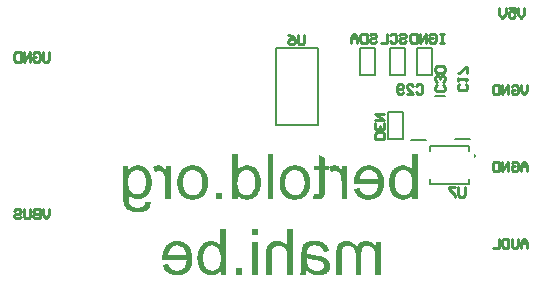
<source format=gbo>
G04*
G04 #@! TF.GenerationSoftware,Altium Limited,CircuitStudio,1.5.1 (1.5.1.13)*
G04*
G04 Layer_Color=13948096*
%FSLAX25Y25*%
%MOIN*%
G70*
G01*
G75*
%ADD22C,0.01000*%
%ADD34C,0.00787*%
%ADD36C,0.00500*%
%ADD51C,0.00600*%
G36*
X266271Y288374D02*
X266754Y288290D01*
X267196Y288164D01*
X267554Y288038D01*
X267869Y287891D01*
X267995Y287828D01*
X268100Y287786D01*
X268184Y287722D01*
X268248Y287701D01*
X268269Y287659D01*
X268290D01*
X268668Y287365D01*
X269005Y287028D01*
X269278Y286692D01*
X269509Y286355D01*
X269699Y286061D01*
X269825Y285830D01*
X269867Y285725D01*
X269909Y285662D01*
X269930Y285619D01*
Y285598D01*
X270119Y285094D01*
X270245Y284589D01*
X270351Y284105D01*
X270414Y283664D01*
X270456Y283285D01*
Y283117D01*
X270477Y282991D01*
Y282864D01*
Y282780D01*
Y282738D01*
Y282717D01*
X270456Y282297D01*
X270414Y281897D01*
X270372Y281498D01*
X270287Y281140D01*
X270203Y280783D01*
X270098Y280467D01*
X269972Y280173D01*
X269867Y279899D01*
X269762Y279647D01*
X269636Y279416D01*
X269530Y279226D01*
X269446Y279079D01*
X269362Y278953D01*
X269299Y278869D01*
X269278Y278806D01*
X269257Y278785D01*
X269005Y278490D01*
X268752Y278259D01*
X268479Y278028D01*
X268184Y277859D01*
X267890Y277691D01*
X267617Y277565D01*
X267322Y277460D01*
X267049Y277376D01*
X266775Y277291D01*
X266544Y277250D01*
X266334Y277207D01*
X266145Y277186D01*
X265976D01*
X265871Y277165D01*
X265766D01*
X265430Y277186D01*
X265114Y277228D01*
X264799Y277291D01*
X264525Y277397D01*
X264000Y277628D01*
X263768Y277754D01*
X263558Y277880D01*
X263369Y278007D01*
X263200Y278154D01*
X263053Y278259D01*
X262927Y278364D01*
X262843Y278469D01*
X262780Y278532D01*
X262738Y278574D01*
X262717Y278595D01*
Y278280D01*
Y277964D01*
X262738Y277712D01*
Y277460D01*
X262759Y277250D01*
Y277039D01*
X262780Y276871D01*
Y276724D01*
X262801Y276597D01*
X262822Y276492D01*
X262843Y276345D01*
X262864Y276240D01*
Y276219D01*
X262969Y275883D01*
X263116Y275609D01*
X263264Y275357D01*
X263432Y275147D01*
X263579Y274978D01*
X263705Y274873D01*
X263789Y274789D01*
X263810Y274768D01*
X264084Y274600D01*
X264420Y274474D01*
X264736Y274368D01*
X265051Y274305D01*
X265345Y274263D01*
X265577Y274242D01*
X265787D01*
X266208Y274263D01*
X266586Y274326D01*
X266902Y274410D01*
X267175Y274516D01*
X267406Y274600D01*
X267554Y274684D01*
X267638Y274747D01*
X267680Y274768D01*
X267848Y274936D01*
X267995Y275125D01*
X268100Y275315D01*
X268163Y275525D01*
X268227Y275693D01*
X268269Y275862D01*
X268290Y275946D01*
Y275988D01*
X270098Y276240D01*
Y275925D01*
X270056Y275630D01*
X270014Y275336D01*
X269930Y275083D01*
X269741Y274621D01*
X269530Y274263D01*
X269320Y273969D01*
X269131Y273759D01*
X268984Y273632D01*
X268963Y273611D01*
X268942Y273590D01*
X268458Y273296D01*
X267932Y273085D01*
X267406Y272917D01*
X266923Y272812D01*
X266691Y272791D01*
X266460Y272749D01*
X266271Y272728D01*
X266103D01*
X265976Y272707D01*
X265787D01*
X265198Y272728D01*
X264651Y272812D01*
X264168Y272917D01*
X263768Y273022D01*
X263600Y273085D01*
X263453Y273149D01*
X263327Y273191D01*
X263200Y273233D01*
X263116Y273275D01*
X263053Y273317D01*
X263032Y273338D01*
X263011D01*
X262612Y273590D01*
X262275Y273864D01*
X261981Y274137D01*
X261749Y274410D01*
X261581Y274642D01*
X261455Y274852D01*
X261371Y274978D01*
X261350Y274999D01*
Y275020D01*
X261266Y275231D01*
X261181Y275483D01*
X261097Y275756D01*
X261055Y276030D01*
X260950Y276640D01*
X260887Y277228D01*
X260866Y277523D01*
X260845Y277775D01*
Y278007D01*
X260824Y278217D01*
Y278406D01*
Y278532D01*
Y278616D01*
Y278637D01*
Y288143D01*
X262548D01*
Y286797D01*
X262801Y287070D01*
X263053Y287323D01*
X263305Y287533D01*
X263579Y287722D01*
X263852Y287870D01*
X264105Y287996D01*
X264378Y288122D01*
X264609Y288206D01*
X264862Y288269D01*
X265072Y288311D01*
X265261Y288353D01*
X265430Y288374D01*
X265556Y288395D01*
X265745D01*
X266271Y288374D01*
D02*
G37*
G36*
X273021D02*
X273253Y288332D01*
X273463Y288269D01*
X273631Y288206D01*
X273779Y288143D01*
X273884Y288080D01*
X273968Y288038D01*
X273989Y288017D01*
X274199Y287849D01*
X274409Y287617D01*
X274599Y287365D01*
X274788Y287112D01*
X274935Y286860D01*
X275061Y286671D01*
X275103Y286587D01*
X275145Y286524D01*
X275166Y286503D01*
Y288143D01*
X276828D01*
Y277165D01*
X274977D01*
Y282907D01*
X274956Y283348D01*
X274935Y283748D01*
X274893Y284126D01*
X274830Y284442D01*
X274767Y284715D01*
X274725Y284925D01*
X274704Y284988D01*
Y285052D01*
X274683Y285073D01*
Y285094D01*
X274599Y285325D01*
X274494Y285535D01*
X274367Y285703D01*
X274262Y285851D01*
X274157Y285956D01*
X274073Y286040D01*
X274010Y286082D01*
X273989Y286103D01*
X273799Y286229D01*
X273610Y286313D01*
X273421Y286398D01*
X273253Y286440D01*
X273106Y286461D01*
X273000Y286482D01*
X272895D01*
X272643Y286461D01*
X272391Y286419D01*
X272159Y286355D01*
X271949Y286271D01*
X271781Y286187D01*
X271633Y286124D01*
X271549Y286082D01*
X271528Y286061D01*
X270855Y287786D01*
X271213Y287996D01*
X271570Y288143D01*
X271907Y288248D01*
X272201Y288311D01*
X272432Y288374D01*
X272622Y288395D01*
X272790D01*
X273021Y288374D01*
D02*
G37*
G36*
X300521Y251969D02*
X298397D01*
Y254093D01*
X300521D01*
Y251969D01*
D02*
G37*
G36*
X359055Y277165D02*
X357331D01*
Y278532D01*
X357120Y278238D01*
X356889Y278007D01*
X356637Y277775D01*
X356405Y277607D01*
X356153Y277439D01*
X355901Y277313D01*
X355648Y277207D01*
X355396Y277123D01*
X354975Y276997D01*
X354786Y276955D01*
X354618Y276934D01*
X354492D01*
X354386Y276913D01*
X354302D01*
X353945Y276934D01*
X353587Y276976D01*
X353272Y277060D01*
X352956Y277144D01*
X352389Y277397D01*
X352136Y277544D01*
X351905Y277691D01*
X351695Y277817D01*
X351505Y277964D01*
X351337Y278091D01*
X351211Y278217D01*
X351106Y278301D01*
X351022Y278385D01*
X350980Y278427D01*
X350959Y278448D01*
X350706Y278743D01*
X350496Y279079D01*
X350307Y279416D01*
X350138Y279773D01*
X350012Y280131D01*
X349886Y280509D01*
X349718Y281203D01*
X349676Y281519D01*
X349634Y281834D01*
X349592Y282107D01*
X349571Y282339D01*
X349550Y282528D01*
Y282675D01*
Y282780D01*
Y282801D01*
X349571Y283243D01*
X349592Y283664D01*
X349655Y284042D01*
X349718Y284358D01*
X349781Y284652D01*
X349823Y284841D01*
X349844Y284925D01*
X349865Y284988D01*
X349886Y285010D01*
Y285031D01*
X350012Y285409D01*
X350181Y285746D01*
X350328Y286061D01*
X350475Y286313D01*
X350601Y286524D01*
X350706Y286692D01*
X350790Y286776D01*
X350811Y286818D01*
X351043Y287091D01*
X351274Y287323D01*
X351526Y287512D01*
X351758Y287680D01*
X351968Y287807D01*
X352136Y287912D01*
X352241Y287954D01*
X352262Y287975D01*
X352284D01*
X352620Y288122D01*
X352956Y288227D01*
X353293Y288290D01*
X353587Y288353D01*
X353840Y288374D01*
X354050Y288395D01*
X354218D01*
X354555Y288374D01*
X354870Y288332D01*
X355165Y288248D01*
X355438Y288164D01*
X355964Y287933D01*
X356174Y287786D01*
X356384Y287659D01*
X356574Y287512D01*
X356742Y287365D01*
X356868Y287239D01*
X356994Y287134D01*
X357078Y287049D01*
X357141Y286965D01*
X357183Y286923D01*
X357205Y286902D01*
Y292307D01*
X359055D01*
Y277165D01*
D02*
G37*
G36*
X328183Y290856D02*
Y288143D01*
X329550D01*
Y286692D01*
X328183D01*
Y280362D01*
Y280067D01*
Y279794D01*
X328162Y279542D01*
X328141Y279310D01*
Y279121D01*
X328120Y278932D01*
X328099Y278785D01*
X328078Y278637D01*
X328036Y278427D01*
X328015Y278280D01*
X327973Y278196D01*
Y278175D01*
X327868Y277986D01*
X327763Y277817D01*
X327615Y277670D01*
X327489Y277565D01*
X327384Y277460D01*
X327279Y277397D01*
X327216Y277355D01*
X327195Y277334D01*
X326963Y277228D01*
X326711Y277144D01*
X326438Y277102D01*
X326185Y277060D01*
X325975Y277039D01*
X325786Y277018D01*
X325617D01*
X325134Y277039D01*
X324902Y277060D01*
X324692Y277102D01*
X324503Y277123D01*
X324335Y277144D01*
X324251Y277165D01*
X324208D01*
X324461Y278806D01*
X324650Y278785D01*
X324818Y278764D01*
X324944D01*
X325071Y278743D01*
X325281D01*
X325554Y278764D01*
X325765Y278806D01*
X325891Y278848D01*
X325912Y278869D01*
X325933D01*
X326080Y278974D01*
X326164Y279100D01*
X326227Y279184D01*
X326248Y279226D01*
X326269Y279331D01*
X326290Y279479D01*
X326311Y279647D01*
Y279836D01*
X326332Y279983D01*
Y280131D01*
Y280215D01*
Y280257D01*
Y286692D01*
X324461D01*
Y288143D01*
X326332D01*
Y291970D01*
X328183Y290856D01*
D02*
G37*
G36*
X343219Y288374D02*
X343619Y288332D01*
X343977Y288248D01*
X344334Y288164D01*
X344671Y288038D01*
X344965Y287912D01*
X345238Y287765D01*
X345491Y287638D01*
X345722Y287491D01*
X345932Y287344D01*
X346101Y287218D01*
X346248Y287091D01*
X346353Y287007D01*
X346437Y286923D01*
X346479Y286881D01*
X346500Y286860D01*
X346753Y286566D01*
X346963Y286229D01*
X347152Y285893D01*
X347320Y285535D01*
X347447Y285178D01*
X347573Y284820D01*
X347741Y284126D01*
X347783Y283811D01*
X347825Y283516D01*
X347867Y283243D01*
X347888Y283012D01*
X347909Y282822D01*
Y282675D01*
Y282591D01*
Y282549D01*
X347888Y282065D01*
X347846Y281603D01*
X347783Y281182D01*
X347699Y280783D01*
X347594Y280404D01*
X347468Y280067D01*
X347341Y279752D01*
X347215Y279458D01*
X347089Y279226D01*
X346963Y278995D01*
X346837Y278806D01*
X346731Y278659D01*
X346647Y278532D01*
X346584Y278448D01*
X346542Y278406D01*
X346521Y278385D01*
X346248Y278133D01*
X345953Y277901D01*
X345638Y277712D01*
X345322Y277544D01*
X345007Y277397D01*
X344692Y277271D01*
X344376Y277165D01*
X344082Y277102D01*
X343787Y277039D01*
X343535Y276997D01*
X343304Y276955D01*
X343093Y276934D01*
X342925Y276913D01*
X342694D01*
X342336Y276934D01*
X342021Y276955D01*
X341411Y277060D01*
X340885Y277207D01*
X340633Y277291D01*
X340423Y277376D01*
X340233Y277460D01*
X340065Y277544D01*
X339918Y277628D01*
X339792Y277691D01*
X339707Y277754D01*
X339644Y277796D01*
X339602Y277838D01*
X339581D01*
X339161Y278217D01*
X338782Y278637D01*
X338488Y279079D01*
X338256Y279500D01*
X338088Y279857D01*
X338025Y280025D01*
X337962Y280173D01*
X337920Y280278D01*
X337899Y280383D01*
X337878Y280425D01*
Y280446D01*
X339792Y280698D01*
X339960Y280278D01*
X340149Y279941D01*
X340359Y279626D01*
X340528Y279395D01*
X340696Y279205D01*
X340822Y279079D01*
X340906Y278995D01*
X340948Y278974D01*
X341222Y278806D01*
X341516Y278679D01*
X341810Y278574D01*
X342084Y278511D01*
X342336Y278469D01*
X342526Y278448D01*
X342694D01*
X342946Y278469D01*
X343178Y278490D01*
X343619Y278595D01*
X344019Y278743D01*
X344355Y278932D01*
X344629Y279100D01*
X344818Y279247D01*
X344944Y279352D01*
X344965Y279395D01*
X344986D01*
X345302Y279794D01*
X345533Y280236D01*
X345701Y280698D01*
X345827Y281140D01*
X345911Y281540D01*
X345953Y281729D01*
X345974Y281876D01*
Y282002D01*
X345995Y282086D01*
Y282150D01*
Y282171D01*
X337836D01*
X337815Y282381D01*
Y282528D01*
Y282633D01*
Y282654D01*
X337836Y283159D01*
X337878Y283622D01*
X337941Y284063D01*
X338025Y284463D01*
X338151Y284841D01*
X338256Y285199D01*
X338383Y285514D01*
X338509Y285788D01*
X338656Y286040D01*
X338782Y286271D01*
X338887Y286461D01*
X338993Y286608D01*
X339098Y286734D01*
X339161Y286818D01*
X339203Y286860D01*
X339224Y286881D01*
X339497Y287155D01*
X339771Y287386D01*
X340065Y287575D01*
X340359Y287765D01*
X340675Y287912D01*
X340969Y288017D01*
X341264Y288122D01*
X341537Y288206D01*
X341790Y288269D01*
X342042Y288311D01*
X342252Y288353D01*
X342441Y288374D01*
X342589Y288395D01*
X342799D01*
X343219Y288374D01*
D02*
G37*
G36*
X331758D02*
X331990Y288332D01*
X332200Y288269D01*
X332368Y288206D01*
X332515Y288143D01*
X332620Y288080D01*
X332704Y288038D01*
X332726Y288017D01*
X332936Y287849D01*
X333146Y287617D01*
X333335Y287365D01*
X333525Y287112D01*
X333672Y286860D01*
X333798Y286671D01*
X333840Y286587D01*
X333882Y286524D01*
X333903Y286503D01*
Y288143D01*
X335565D01*
Y277165D01*
X333714D01*
Y282907D01*
X333693Y283348D01*
X333672Y283748D01*
X333630Y284126D01*
X333567Y284442D01*
X333504Y284715D01*
X333462Y284925D01*
X333441Y284988D01*
Y285052D01*
X333419Y285073D01*
Y285094D01*
X333335Y285325D01*
X333230Y285535D01*
X333104Y285703D01*
X332999Y285851D01*
X332894Y285956D01*
X332810Y286040D01*
X332747Y286082D01*
X332726Y286103D01*
X332536Y286229D01*
X332347Y286313D01*
X332158Y286398D01*
X331990Y286440D01*
X331842Y286461D01*
X331737Y286482D01*
X331632D01*
X331380Y286461D01*
X331127Y286419D01*
X330896Y286355D01*
X330686Y286271D01*
X330517Y286187D01*
X330370Y286124D01*
X330286Y286082D01*
X330265Y286061D01*
X329592Y287786D01*
X329950Y287996D01*
X330307Y288143D01*
X330644Y288248D01*
X330938Y288311D01*
X331169Y288374D01*
X331359Y288395D01*
X331527D01*
X331758Y288374D01*
D02*
G37*
G36*
X293904Y277165D02*
X291780D01*
Y279289D01*
X293904D01*
Y277165D01*
D02*
G37*
G36*
X310917D02*
X309067D01*
Y292307D01*
X310917D01*
Y277165D01*
D02*
G37*
G36*
X305716Y251969D02*
X303865D01*
Y262946D01*
X305716D01*
Y251969D01*
D02*
G37*
G36*
X317493D02*
X315642D01*
Y257962D01*
X315621Y258425D01*
X315600Y258824D01*
X315558Y259182D01*
X315495Y259476D01*
X315432Y259707D01*
X315389Y259876D01*
X315369Y259960D01*
X315347Y260002D01*
X315221Y260254D01*
X315053Y260486D01*
X314885Y260696D01*
X314717Y260864D01*
X314569Y260990D01*
X314443Y261074D01*
X314338Y261138D01*
X314317Y261159D01*
X314044Y261306D01*
X313749Y261411D01*
X313497Y261495D01*
X313245Y261537D01*
X313034Y261579D01*
X312887Y261600D01*
X312740D01*
X312361Y261579D01*
X312004Y261495D01*
X311709Y261390D01*
X311478Y261285D01*
X311289Y261159D01*
X311141Y261053D01*
X311057Y260969D01*
X311036Y260948D01*
X310826Y260675D01*
X310679Y260360D01*
X310574Y260023D01*
X310511Y259707D01*
X310448Y259392D01*
X310426Y259161D01*
Y259056D01*
Y258993D01*
Y258950D01*
Y258929D01*
Y251969D01*
X308576D01*
Y258908D01*
X308597Y259476D01*
X308639Y259981D01*
X308702Y260402D01*
X308765Y260738D01*
X308849Y261011D01*
X308912Y261222D01*
X308954Y261327D01*
X308975Y261369D01*
X309144Y261684D01*
X309333Y261937D01*
X309543Y262168D01*
X309753Y262357D01*
X309943Y262526D01*
X310111Y262631D01*
X310216Y262694D01*
X310237Y262715D01*
X310258D01*
X310616Y262883D01*
X310973Y262988D01*
X311331Y263072D01*
X311667Y263135D01*
X311941Y263177D01*
X312172Y263198D01*
X312382D01*
X312740Y263177D01*
X313097Y263135D01*
X313413Y263051D01*
X313728Y262967D01*
X314023Y262841D01*
X314275Y262715D01*
X314527Y262589D01*
X314759Y262441D01*
X314948Y262294D01*
X315137Y262168D01*
X315284Y262042D01*
X315410Y261916D01*
X315516Y261832D01*
X315579Y261747D01*
X315621Y261705D01*
X315642Y261684D01*
Y267110D01*
X317493D01*
Y251969D01*
D02*
G37*
G36*
X342266Y263177D02*
X342623Y263114D01*
X342960Y263030D01*
X343254Y262946D01*
X343486Y262862D01*
X343675Y262778D01*
X343780Y262715D01*
X343822Y262694D01*
X344138Y262505D01*
X344390Y262294D01*
X344642Y262063D01*
X344831Y261853D01*
X344979Y261684D01*
X345105Y261516D01*
X345168Y261432D01*
X345189Y261390D01*
Y262946D01*
X346850D01*
Y251969D01*
X345000D01*
Y257647D01*
X344979Y258172D01*
X344958Y258635D01*
X344916Y259035D01*
X344852Y259371D01*
X344789Y259623D01*
X344747Y259792D01*
X344726Y259897D01*
X344705Y259939D01*
X344579Y260212D01*
X344432Y260465D01*
X344264Y260675D01*
X344116Y260843D01*
X343969Y260990D01*
X343843Y261074D01*
X343759Y261138D01*
X343738Y261159D01*
X343486Y261306D01*
X343233Y261411D01*
X342981Y261474D01*
X342750Y261537D01*
X342560Y261558D01*
X342413Y261579D01*
X342287D01*
X341929Y261558D01*
X341614Y261474D01*
X341362Y261390D01*
X341151Y261264D01*
X341004Y261159D01*
X340878Y261053D01*
X340815Y260969D01*
X340794Y260948D01*
X340647Y260696D01*
X340520Y260402D01*
X340436Y260086D01*
X340394Y259792D01*
X340352Y259518D01*
X340331Y259308D01*
Y259224D01*
Y259161D01*
Y259119D01*
Y259098D01*
Y251969D01*
X338480D01*
Y258341D01*
Y258656D01*
X338438Y258929D01*
X338354Y259434D01*
X338249Y259855D01*
X338102Y260212D01*
X337955Y260465D01*
X337849Y260654D01*
X337765Y260759D01*
X337723Y260801D01*
X337408Y261053D01*
X337092Y261243D01*
X336777Y261390D01*
X336462Y261474D01*
X336188Y261537D01*
X335978Y261558D01*
X335894Y261579D01*
X335789D01*
X335557Y261558D01*
X335347Y261537D01*
X335158Y261474D01*
X334990Y261432D01*
X334863Y261369D01*
X334758Y261306D01*
X334695Y261285D01*
X334674Y261264D01*
X334506Y261138D01*
X334359Y261011D01*
X334253Y260885D01*
X334148Y260759D01*
X334085Y260633D01*
X334043Y260549D01*
X334001Y260486D01*
Y260465D01*
X333938Y260254D01*
X333896Y260002D01*
X333854Y259750D01*
X333833Y259476D01*
X333812Y259245D01*
Y259056D01*
Y258908D01*
Y258887D01*
Y258866D01*
Y251969D01*
X331961D01*
Y259497D01*
Y259834D01*
X332003Y260149D01*
X332045Y260444D01*
X332108Y260717D01*
X332172Y260969D01*
X332235Y261201D01*
X332319Y261411D01*
X332403Y261579D01*
X332487Y261747D01*
X332571Y261895D01*
X332634Y262000D01*
X332697Y262105D01*
X332760Y262168D01*
X332802Y262231D01*
X332823Y262273D01*
X332844D01*
X333013Y262441D01*
X333202Y262589D01*
X333601Y262799D01*
X334022Y262967D01*
X334443Y263093D01*
X334800Y263157D01*
X334968Y263177D01*
X335095D01*
X335200Y263198D01*
X335368D01*
X335747Y263177D01*
X336125Y263114D01*
X336462Y263030D01*
X336777Y262904D01*
X337092Y262757D01*
X337366Y262589D01*
X337618Y262420D01*
X337849Y262231D01*
X338060Y262042D01*
X338249Y261874D01*
X338417Y261705D01*
X338544Y261558D01*
X338649Y261453D01*
X338712Y261348D01*
X338754Y261285D01*
X338775Y261264D01*
X338922Y261579D01*
X339069Y261874D01*
X339259Y262105D01*
X339448Y262315D01*
X339595Y262462D01*
X339742Y262589D01*
X339826Y262652D01*
X339868Y262673D01*
X340184Y262841D01*
X340499Y262967D01*
X340836Y263072D01*
X341151Y263135D01*
X341446Y263177D01*
X341656Y263198D01*
X341866D01*
X342266Y263177D01*
D02*
G37*
G36*
X305716Y264986D02*
X303865D01*
Y267110D01*
X305716D01*
Y264986D01*
D02*
G37*
G36*
X295180Y251969D02*
X293455D01*
Y253335D01*
X293245Y253041D01*
X293014Y252810D01*
X292761Y252578D01*
X292530Y252410D01*
X292278Y252242D01*
X292025Y252116D01*
X291773Y252011D01*
X291521Y251926D01*
X291100Y251800D01*
X290911Y251758D01*
X290742Y251737D01*
X290616D01*
X290511Y251716D01*
X290427D01*
X290069Y251737D01*
X289712Y251779D01*
X289396Y251863D01*
X289081Y251947D01*
X288513Y252200D01*
X288261Y252347D01*
X288030Y252494D01*
X287819Y252620D01*
X287630Y252768D01*
X287462Y252894D01*
X287335Y253020D01*
X287230Y253104D01*
X287146Y253188D01*
X287104Y253230D01*
X287083Y253251D01*
X286831Y253546D01*
X286620Y253882D01*
X286431Y254219D01*
X286263Y254576D01*
X286137Y254934D01*
X286011Y255312D01*
X285842Y256006D01*
X285800Y256322D01*
X285758Y256637D01*
X285716Y256911D01*
X285695Y257142D01*
X285674Y257331D01*
Y257478D01*
Y257583D01*
Y257605D01*
X285695Y258046D01*
X285716Y258467D01*
X285779Y258845D01*
X285842Y259161D01*
X285906Y259455D01*
X285947Y259645D01*
X285968Y259729D01*
X285990Y259792D01*
X286011Y259813D01*
Y259834D01*
X286137Y260212D01*
X286305Y260549D01*
X286452Y260864D01*
X286599Y261117D01*
X286726Y261327D01*
X286831Y261495D01*
X286915Y261579D01*
X286936Y261621D01*
X287167Y261895D01*
X287399Y262126D01*
X287651Y262315D01*
X287882Y262484D01*
X288093Y262610D01*
X288261Y262715D01*
X288366Y262757D01*
X288387Y262778D01*
X288408D01*
X288744Y262925D01*
X289081Y263030D01*
X289418Y263093D01*
X289712Y263157D01*
X289964Y263177D01*
X290175Y263198D01*
X290343D01*
X290679Y263177D01*
X290995Y263135D01*
X291289Y263051D01*
X291563Y262967D01*
X292088Y262736D01*
X292299Y262589D01*
X292509Y262462D01*
X292698Y262315D01*
X292866Y262168D01*
X292993Y262042D01*
X293119Y261937D01*
X293203Y261853D01*
X293266Y261769D01*
X293308Y261726D01*
X293329Y261705D01*
Y267110D01*
X295180D01*
Y251969D01*
D02*
G37*
G36*
X325126Y263177D02*
X325610Y263135D01*
X326031Y263072D01*
X326409Y263009D01*
X326704Y262925D01*
X326830Y262883D01*
X326935Y262862D01*
X327019Y262841D01*
X327082Y262820D01*
X327103Y262799D01*
X327124D01*
X327503Y262652D01*
X327839Y262462D01*
X328113Y262294D01*
X328344Y262105D01*
X328533Y261958D01*
X328659Y261832D01*
X328744Y261747D01*
X328765Y261705D01*
X328954Y261411D01*
X329122Y261117D01*
X329269Y260801D01*
X329375Y260507D01*
X329459Y260233D01*
X329522Y260023D01*
X329543Y259939D01*
Y259876D01*
X329564Y259855D01*
Y259834D01*
X327755Y259581D01*
X327629Y259981D01*
X327482Y260317D01*
X327334Y260612D01*
X327187Y260822D01*
X327040Y260990D01*
X326935Y261117D01*
X326851Y261180D01*
X326830Y261201D01*
X326556Y261348D01*
X326262Y261474D01*
X325947Y261558D01*
X325631Y261600D01*
X325337Y261642D01*
X325105Y261663D01*
X324895D01*
X324390Y261642D01*
X323970Y261558D01*
X323612Y261453D01*
X323297Y261348D01*
X323065Y261222D01*
X322897Y261117D01*
X322813Y261032D01*
X322771Y261011D01*
X322582Y260801D01*
X322456Y260570D01*
X322350Y260296D01*
X322287Y260044D01*
X322245Y259792D01*
X322224Y259602D01*
Y259518D01*
Y259455D01*
Y259434D01*
Y259413D01*
Y259371D01*
Y259287D01*
Y259140D01*
X322245Y258993D01*
Y258950D01*
Y258929D01*
X322456Y258866D01*
X322687Y258803D01*
X323213Y258677D01*
X323760Y258551D01*
X324306Y258467D01*
X324559Y258425D01*
X324790Y258383D01*
X325021Y258362D01*
X325189Y258320D01*
X325358Y258298D01*
X325463D01*
X325547Y258278D01*
X325568D01*
X325968Y258235D01*
X326304Y258172D01*
X326577Y258130D01*
X326809Y258088D01*
X326998Y258067D01*
X327124Y258025D01*
X327208Y258004D01*
X327229D01*
X327503Y257920D01*
X327755Y257815D01*
X327987Y257710D01*
X328176Y257626D01*
X328344Y257541D01*
X328470Y257457D01*
X328554Y257415D01*
X328575Y257394D01*
X328786Y257226D01*
X328975Y257058D01*
X329143Y256890D01*
X329269Y256700D01*
X329375Y256553D01*
X329459Y256427D01*
X329501Y256343D01*
X329522Y256322D01*
X329648Y256069D01*
X329732Y255817D01*
X329795Y255565D01*
X329837Y255333D01*
X329858Y255144D01*
X329879Y254976D01*
Y254892D01*
Y254850D01*
X329858Y254597D01*
X329837Y254366D01*
X329732Y253924D01*
X329564Y253546D01*
X329396Y253209D01*
X329227Y252957D01*
X329059Y252768D01*
X328954Y252642D01*
X328912Y252620D01*
Y252599D01*
X328512Y252305D01*
X328071Y252095D01*
X327608Y251926D01*
X327166Y251821D01*
X326767Y251758D01*
X326577Y251737D01*
X326430D01*
X326304Y251716D01*
X326136D01*
X325736Y251737D01*
X325358Y251779D01*
X325000Y251821D01*
X324706Y251905D01*
X324453Y251969D01*
X324264Y252011D01*
X324138Y252053D01*
X324096Y252074D01*
X323738Y252221D01*
X323381Y252431D01*
X323023Y252620D01*
X322729Y252831D01*
X322456Y253041D01*
X322245Y253188D01*
X322182Y253251D01*
X322119Y253293D01*
X322098Y253335D01*
X322077D01*
X322035Y253041D01*
X321993Y252789D01*
X321930Y252557D01*
X321867Y252347D01*
X321825Y252200D01*
X321762Y252074D01*
X321741Y251990D01*
X321720Y251969D01*
X319785D01*
X319911Y252200D01*
X320016Y252431D01*
X320079Y252642D01*
X320142Y252852D01*
X320184Y253020D01*
X320226Y253146D01*
X320247Y253251D01*
Y253272D01*
X320269Y253420D01*
X320289Y253609D01*
Y253840D01*
X320310Y254071D01*
X320332Y254618D01*
Y255165D01*
X320353Y255438D01*
Y255691D01*
Y255922D01*
Y256132D01*
Y256301D01*
Y256448D01*
Y256532D01*
Y256553D01*
Y259056D01*
Y259476D01*
X320374Y259855D01*
X320395Y260149D01*
Y260381D01*
X320416Y260570D01*
X320437Y260696D01*
X320458Y260759D01*
Y260780D01*
X320521Y261053D01*
X320626Y261285D01*
X320710Y261516D01*
X320815Y261684D01*
X320899Y261832D01*
X320984Y261937D01*
X321026Y262000D01*
X321047Y262021D01*
X321215Y262210D01*
X321425Y262357D01*
X321635Y262505D01*
X321846Y262631D01*
X322035Y262736D01*
X322182Y262799D01*
X322287Y262841D01*
X322329Y262862D01*
X322687Y262967D01*
X323065Y263051D01*
X323444Y263114D01*
X323801Y263157D01*
X324138Y263177D01*
X324264Y263198D01*
X324622D01*
X325126Y263177D01*
D02*
G37*
G36*
X279344D02*
X279744Y263135D01*
X280101Y263051D01*
X280459Y262967D01*
X280795Y262841D01*
X281090Y262715D01*
X281363Y262568D01*
X281615Y262441D01*
X281847Y262294D01*
X282057Y262147D01*
X282225Y262021D01*
X282372Y261895D01*
X282478Y261810D01*
X282562Y261726D01*
X282604Y261684D01*
X282625Y261663D01*
X282877Y261369D01*
X283087Y261032D01*
X283277Y260696D01*
X283445Y260338D01*
X283571Y259981D01*
X283697Y259623D01*
X283865Y258929D01*
X283908Y258614D01*
X283950Y258320D01*
X283992Y258046D01*
X284013Y257815D01*
X284034Y257626D01*
Y257478D01*
Y257394D01*
Y257352D01*
X284013Y256869D01*
X283971Y256406D01*
X283908Y255985D01*
X283823Y255586D01*
X283718Y255207D01*
X283592Y254871D01*
X283466Y254555D01*
X283340Y254261D01*
X283214Y254029D01*
X283087Y253798D01*
X282961Y253609D01*
X282856Y253462D01*
X282772Y253335D01*
X282709Y253251D01*
X282667Y253209D01*
X282646Y253188D01*
X282372Y252936D01*
X282078Y252705D01*
X281763Y252515D01*
X281447Y252347D01*
X281132Y252200D01*
X280816Y252074D01*
X280501Y251969D01*
X280206Y251905D01*
X279912Y251842D01*
X279660Y251800D01*
X279428Y251758D01*
X279218Y251737D01*
X279050Y251716D01*
X278818D01*
X278461Y251737D01*
X278145Y251758D01*
X277536Y251863D01*
X277010Y252011D01*
X276757Y252095D01*
X276547Y252179D01*
X276358Y252263D01*
X276190Y252347D01*
X276042Y252431D01*
X275916Y252494D01*
X275832Y252557D01*
X275769Y252599D01*
X275727Y252642D01*
X275706D01*
X275285Y253020D01*
X274907Y253441D01*
X274612Y253882D01*
X274381Y254303D01*
X274213Y254660D01*
X274150Y254829D01*
X274087Y254976D01*
X274044Y255081D01*
X274024Y255186D01*
X274003Y255228D01*
Y255249D01*
X275916Y255502D01*
X276084Y255081D01*
X276274Y254745D01*
X276484Y254429D01*
X276652Y254198D01*
X276820Y254008D01*
X276947Y253882D01*
X277031Y253798D01*
X277073Y253777D01*
X277346Y253609D01*
X277641Y253483D01*
X277935Y253378D01*
X278208Y253314D01*
X278461Y253272D01*
X278650Y253251D01*
X278818D01*
X279071Y253272D01*
X279302Y253293D01*
X279744Y253398D01*
X280143Y253546D01*
X280480Y253735D01*
X280753Y253903D01*
X280942Y254050D01*
X281069Y254156D01*
X281090Y254198D01*
X281111D01*
X281426Y254597D01*
X281657Y255039D01*
X281826Y255502D01*
X281952Y255943D01*
X282036Y256343D01*
X282078Y256532D01*
X282099Y256679D01*
Y256805D01*
X282120Y256890D01*
Y256953D01*
Y256974D01*
X273960D01*
X273939Y257184D01*
Y257331D01*
Y257436D01*
Y257457D01*
X273960Y257962D01*
X274003Y258425D01*
X274066Y258866D01*
X274150Y259266D01*
X274276Y259645D01*
X274381Y260002D01*
X274507Y260317D01*
X274633Y260591D01*
X274781Y260843D01*
X274907Y261074D01*
X275012Y261264D01*
X275117Y261411D01*
X275222Y261537D01*
X275285Y261621D01*
X275327Y261663D01*
X275348Y261684D01*
X275622Y261958D01*
X275895Y262189D01*
X276190Y262378D01*
X276484Y262568D01*
X276800Y262715D01*
X277094Y262820D01*
X277388Y262925D01*
X277662Y263009D01*
X277914Y263072D01*
X278166Y263114D01*
X278377Y263157D01*
X278566Y263177D01*
X278713Y263198D01*
X278924D01*
X279344Y263177D01*
D02*
G37*
G36*
X318572Y288374D02*
X318930Y288332D01*
X319266Y288290D01*
X319603Y288206D01*
X319897Y288101D01*
X320171Y287996D01*
X320444Y287891D01*
X320675Y287786D01*
X320907Y287659D01*
X321096Y287554D01*
X321243Y287449D01*
X321390Y287344D01*
X321496Y287260D01*
X321580Y287218D01*
X321622Y287176D01*
X321643Y287155D01*
X321937Y286860D01*
X322189Y286545D01*
X322421Y286208D01*
X322610Y285830D01*
X322778Y285472D01*
X322905Y285094D01*
X323031Y284715D01*
X323115Y284358D01*
X323178Y284021D01*
X323241Y283706D01*
X323283Y283411D01*
X323304Y283159D01*
Y282949D01*
X323325Y282780D01*
Y282696D01*
Y282654D01*
X323304Y282150D01*
X323262Y281666D01*
X323199Y281224D01*
X323094Y280803D01*
X322989Y280425D01*
X322884Y280067D01*
X322757Y279752D01*
X322610Y279479D01*
X322484Y279226D01*
X322358Y278995D01*
X322253Y278806D01*
X322126Y278659D01*
X322042Y278532D01*
X321979Y278448D01*
X321937Y278406D01*
X321916Y278385D01*
X321643Y278133D01*
X321348Y277901D01*
X321033Y277712D01*
X320739Y277544D01*
X320423Y277397D01*
X320108Y277271D01*
X319813Y277165D01*
X319519Y277102D01*
X319245Y277039D01*
X318993Y276997D01*
X318762Y276955D01*
X318572Y276934D01*
X318404Y276913D01*
X318194D01*
X317668Y276934D01*
X317163Y277018D01*
X316722Y277123D01*
X316322Y277250D01*
X316007Y277355D01*
X315860Y277418D01*
X315754Y277460D01*
X315670Y277502D01*
X315607Y277544D01*
X315565Y277565D01*
X315544D01*
X315124Y277838D01*
X314745Y278154D01*
X314429Y278469D01*
X314156Y278764D01*
X313967Y279037D01*
X313820Y279247D01*
X313756Y279331D01*
X313714Y279395D01*
X313693Y279437D01*
Y279458D01*
X313588Y279689D01*
X313483Y279962D01*
X313315Y280488D01*
X313210Y281056D01*
X313126Y281582D01*
X313105Y281834D01*
X313084Y282065D01*
X313063Y282276D01*
X313041Y282444D01*
Y282591D01*
Y282717D01*
Y282780D01*
Y282801D01*
X313063Y283285D01*
X313105Y283727D01*
X313168Y284147D01*
X313273Y284547D01*
X313378Y284904D01*
X313504Y285241D01*
X313630Y285556D01*
X313756Y285830D01*
X313904Y286082D01*
X314030Y286292D01*
X314156Y286482D01*
X314261Y286629D01*
X314366Y286755D01*
X314429Y286839D01*
X314472Y286881D01*
X314493Y286902D01*
X314766Y287176D01*
X315060Y287386D01*
X315355Y287596D01*
X315670Y287765D01*
X315986Y287912D01*
X316301Y288038D01*
X316596Y288122D01*
X316869Y288206D01*
X317142Y288269D01*
X317395Y288311D01*
X317626Y288353D01*
X317815Y288374D01*
X317984Y288395D01*
X318194D01*
X318572Y288374D01*
D02*
G37*
G36*
X284504D02*
X284861Y288332D01*
X285198Y288290D01*
X285534Y288206D01*
X285829Y288101D01*
X286102Y287996D01*
X286375Y287891D01*
X286607Y287786D01*
X286838Y287659D01*
X287027Y287554D01*
X287175Y287449D01*
X287322Y287344D01*
X287427Y287260D01*
X287511Y287218D01*
X287553Y287176D01*
X287574Y287155D01*
X287869Y286860D01*
X288121Y286545D01*
X288352Y286208D01*
X288542Y285830D01*
X288710Y285472D01*
X288836Y285094D01*
X288962Y284715D01*
X289046Y284358D01*
X289109Y284021D01*
X289172Y283706D01*
X289214Y283411D01*
X289235Y283159D01*
Y282949D01*
X289257Y282780D01*
Y282696D01*
Y282654D01*
X289235Y282150D01*
X289194Y281666D01*
X289130Y281224D01*
X289025Y280803D01*
X288920Y280425D01*
X288815Y280067D01*
X288689Y279752D01*
X288542Y279479D01*
X288415Y279226D01*
X288289Y278995D01*
X288184Y278806D01*
X288058Y278659D01*
X287974Y278532D01*
X287911Y278448D01*
X287869Y278406D01*
X287847Y278385D01*
X287574Y278133D01*
X287280Y277901D01*
X286964Y277712D01*
X286670Y277544D01*
X286354Y277397D01*
X286039Y277271D01*
X285745Y277165D01*
X285450Y277102D01*
X285177Y277039D01*
X284924Y276997D01*
X284693Y276955D01*
X284504Y276934D01*
X284335Y276913D01*
X284125D01*
X283599Y276934D01*
X283095Y277018D01*
X282653Y277123D01*
X282254Y277250D01*
X281938Y277355D01*
X281791Y277418D01*
X281686Y277460D01*
X281602Y277502D01*
X281539Y277544D01*
X281497Y277565D01*
X281475D01*
X281055Y277838D01*
X280676Y278154D01*
X280361Y278469D01*
X280087Y278764D01*
X279898Y279037D01*
X279751Y279247D01*
X279688Y279331D01*
X279646Y279395D01*
X279625Y279437D01*
Y279458D01*
X279520Y279689D01*
X279415Y279962D01*
X279246Y280488D01*
X279141Y281056D01*
X279057Y281582D01*
X279036Y281834D01*
X279015Y282065D01*
X278994Y282276D01*
X278973Y282444D01*
Y282591D01*
Y282717D01*
Y282780D01*
Y282801D01*
X278994Y283285D01*
X279036Y283727D01*
X279099Y284147D01*
X279204Y284547D01*
X279309Y284904D01*
X279435Y285241D01*
X279562Y285556D01*
X279688Y285830D01*
X279835Y286082D01*
X279961Y286292D01*
X280087Y286482D01*
X280193Y286629D01*
X280298Y286755D01*
X280361Y286839D01*
X280403Y286881D01*
X280424Y286902D01*
X280697Y287176D01*
X280992Y287386D01*
X281286Y287596D01*
X281602Y287765D01*
X281917Y287912D01*
X282232Y288038D01*
X282527Y288122D01*
X282800Y288206D01*
X283074Y288269D01*
X283326Y288311D01*
X283557Y288353D01*
X283747Y288374D01*
X283915Y288395D01*
X284125D01*
X284504Y288374D01*
D02*
G37*
G36*
X299204Y286881D02*
X299393Y287112D01*
X299624Y287344D01*
X299835Y287533D01*
X300024Y287680D01*
X300213Y287807D01*
X300360Y287891D01*
X300445Y287954D01*
X300487Y287975D01*
X300781Y288122D01*
X301075Y288227D01*
X301370Y288290D01*
X301643Y288353D01*
X301874Y288374D01*
X302064Y288395D01*
X302232D01*
X302716Y288374D01*
X303178Y288290D01*
X303599Y288164D01*
X303957Y288038D01*
X304251Y287912D01*
X304482Y287786D01*
X304566Y287743D01*
X304629Y287701D01*
X304650Y287680D01*
X304672D01*
X305050Y287386D01*
X305387Y287049D01*
X305660Y286713D01*
X305891Y286377D01*
X306081Y286082D01*
X306207Y285851D01*
X306249Y285746D01*
X306291Y285683D01*
X306312Y285640D01*
Y285619D01*
X306501Y285115D01*
X306627Y284589D01*
X306733Y284084D01*
X306796Y283622D01*
X306817Y283411D01*
X306838Y283222D01*
Y283054D01*
X306859Y282907D01*
Y282801D01*
Y282717D01*
Y282654D01*
Y282633D01*
X306838Y282023D01*
X306774Y281455D01*
X306669Y280951D01*
X306564Y280509D01*
X306501Y280320D01*
X306459Y280152D01*
X306396Y280004D01*
X306354Y279878D01*
X306333Y279773D01*
X306291Y279710D01*
X306270Y279668D01*
Y279647D01*
X306017Y279184D01*
X305744Y278785D01*
X305471Y278427D01*
X305197Y278154D01*
X304945Y277922D01*
X304756Y277754D01*
X304608Y277670D01*
X304587Y277628D01*
X304566D01*
X304146Y277397D01*
X303725Y277207D01*
X303326Y277081D01*
X302947Y276997D01*
X302632Y276955D01*
X302484Y276934D01*
X302379D01*
X302274Y276913D01*
X302148D01*
X301790Y276934D01*
X301433Y276976D01*
X301117Y277060D01*
X300823Y277165D01*
X300550Y277291D01*
X300297Y277418D01*
X300066Y277565D01*
X299856Y277733D01*
X299666Y277880D01*
X299519Y278028D01*
X299372Y278154D01*
X299267Y278280D01*
X299183Y278385D01*
X299120Y278469D01*
X299099Y278511D01*
X299078Y278532D01*
Y277165D01*
X297353D01*
Y292307D01*
X299204D01*
Y286881D01*
D02*
G37*
%LPC*%
G36*
X284251Y286860D02*
X284125D01*
X283873Y286839D01*
X283621Y286818D01*
X283179Y286692D01*
X282779Y286524D01*
X282443Y286334D01*
X282169Y286145D01*
X281980Y285977D01*
X281854Y285851D01*
X281812Y285830D01*
Y285809D01*
X281644Y285598D01*
X281497Y285367D01*
X281286Y284883D01*
X281118Y284379D01*
X280992Y283874D01*
X280971Y283643D01*
X280929Y283411D01*
X280908Y283222D01*
Y283054D01*
X280887Y282907D01*
Y282801D01*
Y282738D01*
Y282717D01*
Y282318D01*
X280929Y281960D01*
X280971Y281624D01*
X281034Y281308D01*
X281097Y281014D01*
X281181Y280740D01*
X281265Y280509D01*
X281349Y280299D01*
X281433Y280110D01*
X281518Y279941D01*
X281602Y279815D01*
X281665Y279689D01*
X281728Y279605D01*
X281770Y279542D01*
X281791Y279521D01*
X281812Y279500D01*
X281980Y279310D01*
X282169Y279163D01*
X282359Y279016D01*
X282569Y278890D01*
X282948Y278700D01*
X283305Y278574D01*
X283642Y278511D01*
X283768Y278490D01*
X283894Y278469D01*
X283999Y278448D01*
X284125D01*
X284378Y278469D01*
X284630Y278490D01*
X285072Y278616D01*
X285471Y278785D01*
X285808Y278974D01*
X286081Y279163D01*
X286270Y279310D01*
X286397Y279437D01*
X286418Y279458D01*
X286438Y279479D01*
X286607Y279689D01*
X286733Y279920D01*
X286964Y280425D01*
X287111Y280951D01*
X287238Y281455D01*
X287259Y281708D01*
X287301Y281918D01*
X287322Y282128D01*
Y282297D01*
X287343Y282444D01*
Y282570D01*
Y282633D01*
Y282654D01*
X287322Y283033D01*
X287301Y283390D01*
X287259Y283727D01*
X287196Y284042D01*
X287133Y284315D01*
X287048Y284568D01*
X286964Y284820D01*
X286880Y285031D01*
X286796Y285199D01*
X286733Y285367D01*
X286649Y285493D01*
X286586Y285619D01*
X286523Y285703D01*
X286481Y285767D01*
X286438Y285788D01*
Y285809D01*
X286249Y285998D01*
X286081Y286166D01*
X285871Y286292D01*
X285681Y286419D01*
X285303Y286608D01*
X284924Y286734D01*
X284609Y286797D01*
X284483Y286839D01*
X284357D01*
X284251Y286860D01*
D02*
G37*
G36*
X322245Y257478D02*
X322224D01*
X322245Y256784D01*
X322266Y256343D01*
X322287Y255964D01*
X322329Y255649D01*
X322393Y255375D01*
X322456Y255186D01*
X322498Y255039D01*
X322519Y254934D01*
X322540Y254913D01*
X322708Y254618D01*
X322897Y254366D01*
X323108Y254156D01*
X323318Y253966D01*
X323486Y253819D01*
X323633Y253714D01*
X323738Y253651D01*
X323780Y253630D01*
X324096Y253483D01*
X324432Y253357D01*
X324748Y253272D01*
X325042Y253230D01*
X325316Y253188D01*
X325505Y253167D01*
X325694D01*
X326073Y253188D01*
X326409Y253251D01*
X326704Y253314D01*
X326935Y253420D01*
X327124Y253504D01*
X327250Y253567D01*
X327334Y253630D01*
X327356Y253651D01*
X327545Y253840D01*
X327671Y254050D01*
X327776Y254261D01*
X327839Y254471D01*
X327881Y254639D01*
X327902Y254766D01*
Y254850D01*
Y254892D01*
X327881Y255060D01*
X327860Y255228D01*
X327818Y255375D01*
X327776Y255523D01*
X327734Y255628D01*
X327692Y255712D01*
X327650Y255754D01*
Y255775D01*
X327545Y255922D01*
X327419Y256048D01*
X327187Y256238D01*
X327082Y256301D01*
X326998Y256343D01*
X326935Y256385D01*
X326914D01*
X326704Y256469D01*
X326451Y256532D01*
X326178Y256595D01*
X325925Y256658D01*
X325673Y256700D01*
X325484Y256742D01*
X325400D01*
X325337Y256763D01*
X325295D01*
X324916Y256826D01*
X324580Y256890D01*
X324243Y256932D01*
X323949Y256995D01*
X323675Y257058D01*
X323423Y257121D01*
X323192Y257184D01*
X323002Y257226D01*
X322813Y257289D01*
X322666Y257331D01*
X322519Y257373D01*
X322413Y257415D01*
X322329Y257436D01*
X322266Y257457D01*
X322245Y257478D01*
D02*
G37*
G36*
X342904Y286860D02*
X342778D01*
X342526Y286839D01*
X342273Y286818D01*
X341832Y286692D01*
X341432Y286524D01*
X341095Y286313D01*
X340843Y286103D01*
X340654Y285935D01*
X340528Y285809D01*
X340486Y285788D01*
Y285767D01*
X340275Y285472D01*
X340128Y285157D01*
X340002Y284820D01*
X339897Y284484D01*
X339834Y284168D01*
X339792Y283937D01*
Y283832D01*
X339771Y283769D01*
Y283727D01*
Y283706D01*
X345890D01*
X345827Y284210D01*
X345701Y284673D01*
X345554Y285052D01*
X345386Y285388D01*
X345217Y285640D01*
X345070Y285851D01*
X344986Y285956D01*
X344944Y285998D01*
X344586Y286292D01*
X344229Y286503D01*
X343871Y286650D01*
X343535Y286755D01*
X343219Y286818D01*
X342988Y286839D01*
X342904Y286860D01*
D02*
G37*
G36*
X279029Y261663D02*
X278903D01*
X278650Y261642D01*
X278398Y261621D01*
X277956Y261495D01*
X277556Y261327D01*
X277220Y261117D01*
X276968Y260906D01*
X276778Y260738D01*
X276652Y260612D01*
X276610Y260591D01*
Y260570D01*
X276400Y260275D01*
X276253Y259960D01*
X276127Y259623D01*
X276021Y259287D01*
X275958Y258972D01*
X275916Y258740D01*
Y258635D01*
X275895Y258572D01*
Y258530D01*
Y258509D01*
X282015D01*
X281952Y259014D01*
X281826Y259476D01*
X281678Y259855D01*
X281510Y260191D01*
X281342Y260444D01*
X281195Y260654D01*
X281111Y260759D01*
X281069Y260801D01*
X280711Y261095D01*
X280353Y261306D01*
X279996Y261453D01*
X279660Y261558D01*
X279344Y261621D01*
X279113Y261642D01*
X279029Y261663D01*
D02*
G37*
G36*
X290637D02*
X290511D01*
X290280Y261642D01*
X290069Y261621D01*
X289670Y261495D01*
X289312Y261348D01*
X289018Y261159D01*
X288787Y260969D01*
X288597Y260801D01*
X288492Y260675D01*
X288450Y260654D01*
Y260633D01*
X288303Y260423D01*
X288156Y260191D01*
X287945Y259707D01*
X287798Y259182D01*
X287693Y258656D01*
X287651Y258425D01*
X287630Y258193D01*
X287609Y257983D01*
Y257815D01*
X287588Y257668D01*
Y257562D01*
Y257478D01*
Y257457D01*
Y257079D01*
X287630Y256721D01*
X287672Y256385D01*
X287735Y256069D01*
X287798Y255796D01*
X287882Y255544D01*
X287945Y255291D01*
X288030Y255102D01*
X288114Y254913D01*
X288198Y254745D01*
X288282Y254618D01*
X288345Y254492D01*
X288408Y254408D01*
X288450Y254345D01*
X288471Y254324D01*
X288492Y254303D01*
X288660Y254114D01*
X288829Y253966D01*
X289018Y253819D01*
X289186Y253693D01*
X289544Y253504D01*
X289859Y253378D01*
X290154Y253314D01*
X290364Y253272D01*
X290448Y253251D01*
X290574D01*
X290847Y253272D01*
X291100Y253314D01*
X291352Y253378D01*
X291584Y253483D01*
X291983Y253714D01*
X292320Y253966D01*
X292593Y254240D01*
X292782Y254450D01*
X292866Y254555D01*
X292908Y254618D01*
X292930Y254660D01*
X292951Y254681D01*
X293035Y254850D01*
X293119Y255060D01*
X293245Y255502D01*
X293350Y255964D01*
X293413Y256427D01*
X293455Y256848D01*
Y257037D01*
X293476Y257205D01*
Y257331D01*
Y257436D01*
Y257499D01*
Y257520D01*
X293455Y257878D01*
X293434Y258235D01*
X293392Y258551D01*
X293329Y258845D01*
X293266Y259119D01*
X293203Y259371D01*
X293119Y259602D01*
X293035Y259813D01*
X292951Y260002D01*
X292866Y260149D01*
X292803Y260296D01*
X292740Y260402D01*
X292677Y260486D01*
X292635Y260549D01*
X292593Y260570D01*
Y260591D01*
X292425Y260780D01*
X292256Y260948D01*
X292067Y261095D01*
X291899Y261222D01*
X291542Y261411D01*
X291226Y261537D01*
X290932Y261600D01*
X290721Y261642D01*
X290637Y261663D01*
D02*
G37*
G36*
X318320Y286860D02*
X318194D01*
X317941Y286839D01*
X317689Y286818D01*
X317248Y286692D01*
X316848Y286524D01*
X316511Y286334D01*
X316238Y286145D01*
X316049Y285977D01*
X315923Y285851D01*
X315880Y285830D01*
Y285809D01*
X315712Y285598D01*
X315565Y285367D01*
X315355Y284883D01*
X315187Y284379D01*
X315060Y283874D01*
X315039Y283643D01*
X314997Y283411D01*
X314976Y283222D01*
Y283054D01*
X314955Y282907D01*
Y282801D01*
Y282738D01*
Y282717D01*
Y282318D01*
X314997Y281960D01*
X315039Y281624D01*
X315102Y281308D01*
X315165Y281014D01*
X315250Y280740D01*
X315334Y280509D01*
X315418Y280299D01*
X315502Y280110D01*
X315586Y279941D01*
X315670Y279815D01*
X315733Y279689D01*
X315796Y279605D01*
X315839Y279542D01*
X315860Y279521D01*
X315880Y279500D01*
X316049Y279310D01*
X316238Y279163D01*
X316427Y279016D01*
X316638Y278890D01*
X317016Y278700D01*
X317374Y278574D01*
X317710Y278511D01*
X317836Y278490D01*
X317963Y278469D01*
X318068Y278448D01*
X318194D01*
X318446Y278469D01*
X318699Y278490D01*
X319140Y278616D01*
X319540Y278785D01*
X319876Y278974D01*
X320150Y279163D01*
X320339Y279310D01*
X320465Y279437D01*
X320486Y279458D01*
X320507Y279479D01*
X320675Y279689D01*
X320801Y279920D01*
X321033Y280425D01*
X321180Y280951D01*
X321306Y281455D01*
X321327Y281708D01*
X321369Y281918D01*
X321390Y282128D01*
Y282297D01*
X321411Y282444D01*
Y282570D01*
Y282633D01*
Y282654D01*
X321390Y283033D01*
X321369Y283390D01*
X321327Y283727D01*
X321264Y284042D01*
X321201Y284315D01*
X321117Y284568D01*
X321033Y284820D01*
X320949Y285031D01*
X320865Y285199D01*
X320801Y285367D01*
X320717Y285493D01*
X320654Y285619D01*
X320591Y285703D01*
X320549Y285767D01*
X320507Y285788D01*
Y285809D01*
X320318Y285998D01*
X320150Y286166D01*
X319939Y286292D01*
X319750Y286419D01*
X319372Y286608D01*
X318993Y286734D01*
X318677Y286797D01*
X318551Y286839D01*
X318425D01*
X318320Y286860D01*
D02*
G37*
G36*
X302169D02*
X302043D01*
X301812Y286839D01*
X301580Y286818D01*
X301181Y286692D01*
X300823Y286524D01*
X300508Y286334D01*
X300255Y286124D01*
X300066Y285956D01*
X299961Y285830D01*
X299919Y285809D01*
Y285788D01*
X299771Y285577D01*
X299624Y285346D01*
X299414Y284820D01*
X299246Y284274D01*
X299141Y283748D01*
X299099Y283495D01*
X299078Y283264D01*
X299057Y283033D01*
Y282864D01*
X299036Y282696D01*
Y282591D01*
Y282507D01*
Y282486D01*
Y282107D01*
X299078Y281771D01*
X299120Y281434D01*
X299162Y281140D01*
X299225Y280867D01*
X299309Y280614D01*
X299393Y280383D01*
X299456Y280194D01*
X299540Y280004D01*
X299624Y279857D01*
X299687Y279731D01*
X299771Y279626D01*
X299814Y279542D01*
X299856Y279479D01*
X299898Y279458D01*
Y279437D01*
X300066Y279268D01*
X300234Y279121D01*
X300592Y278869D01*
X300928Y278700D01*
X301265Y278574D01*
X301538Y278511D01*
X301769Y278469D01*
X301853Y278448D01*
X301980D01*
X302190Y278469D01*
X302421Y278490D01*
X302800Y278616D01*
X303157Y278785D01*
X303473Y278974D01*
X303725Y279163D01*
X303914Y279310D01*
X304020Y279437D01*
X304041Y279458D01*
X304062Y279479D01*
X304209Y279689D01*
X304356Y279920D01*
X304566Y280425D01*
X304735Y280930D01*
X304840Y281455D01*
X304861Y281687D01*
X304903Y281918D01*
X304924Y282107D01*
Y282297D01*
X304945Y282423D01*
Y282549D01*
Y282612D01*
Y282633D01*
Y283033D01*
X304903Y283390D01*
X304861Y283748D01*
X304819Y284063D01*
X304756Y284337D01*
X304693Y284610D01*
X304608Y284841D01*
X304524Y285052D01*
X304461Y285241D01*
X304377Y285388D01*
X304314Y285535D01*
X304251Y285640D01*
X304209Y285725D01*
X304167Y285788D01*
X304125Y285809D01*
Y285830D01*
X303957Y286019D01*
X303788Y286166D01*
X303620Y286313D01*
X303452Y286419D01*
X303094Y286608D01*
X302758Y286734D01*
X302484Y286797D01*
X302253Y286839D01*
X302169Y286860D01*
D02*
G37*
G36*
X265745D02*
X265619D01*
X265388Y286839D01*
X265156Y286818D01*
X264757Y286692D01*
X264378Y286545D01*
X264063Y286355D01*
X263810Y286166D01*
X263621Y285998D01*
X263516Y285872D01*
X263474Y285851D01*
Y285830D01*
X263305Y285619D01*
X263179Y285409D01*
X262948Y284925D01*
X262780Y284421D01*
X262675Y283916D01*
X262612Y283474D01*
X262591Y283285D01*
Y283117D01*
X262569Y282970D01*
Y282864D01*
Y282801D01*
Y282780D01*
Y282402D01*
X262612Y282044D01*
X262654Y281708D01*
X262717Y281413D01*
X262780Y281140D01*
X262843Y280888D01*
X262927Y280656D01*
X263011Y280446D01*
X263095Y280278D01*
X263179Y280110D01*
X263242Y279983D01*
X263305Y279878D01*
X263369Y279794D01*
X263411Y279731D01*
X263432Y279710D01*
X263453Y279689D01*
X263621Y279521D01*
X263789Y279374D01*
X264147Y279121D01*
X264504Y278953D01*
X264841Y278827D01*
X265135Y278764D01*
X265367Y278722D01*
X265451Y278700D01*
X265577D01*
X265808Y278722D01*
X266039Y278743D01*
X266460Y278848D01*
X266817Y279016D01*
X267133Y279205D01*
X267385Y279374D01*
X267575Y279542D01*
X267680Y279647D01*
X267701Y279689D01*
X267722D01*
X267869Y279878D01*
X267995Y280110D01*
X268205Y280593D01*
X268353Y281119D01*
X268458Y281645D01*
X268500Y281876D01*
X268521Y282107D01*
X268542Y282318D01*
Y282486D01*
X268563Y282633D01*
Y282759D01*
Y282822D01*
Y282843D01*
Y283201D01*
X268521Y283537D01*
X268479Y283853D01*
X268437Y284147D01*
X268353Y284421D01*
X268290Y284652D01*
X268205Y284883D01*
X268121Y285073D01*
X268058Y285262D01*
X267974Y285409D01*
X267890Y285535D01*
X267827Y285640D01*
X267785Y285725D01*
X267743Y285788D01*
X267701Y285809D01*
Y285830D01*
X267533Y286019D01*
X267364Y286166D01*
X267196Y286313D01*
X267007Y286419D01*
X266670Y286608D01*
X266334Y286734D01*
X266039Y286797D01*
X265829Y286839D01*
X265745Y286860D01*
D02*
G37*
G36*
X354513D02*
X354386D01*
X354155Y286839D01*
X353945Y286818D01*
X353545Y286692D01*
X353188Y286545D01*
X352893Y286355D01*
X352662Y286166D01*
X352473Y285998D01*
X352368Y285872D01*
X352326Y285851D01*
Y285830D01*
X352178Y285619D01*
X352031Y285388D01*
X351821Y284904D01*
X351674Y284379D01*
X351568Y283853D01*
X351526Y283622D01*
X351505Y283390D01*
X351484Y283180D01*
Y283012D01*
X351463Y282864D01*
Y282759D01*
Y282675D01*
Y282654D01*
Y282276D01*
X351505Y281918D01*
X351547Y281582D01*
X351610Y281266D01*
X351674Y280993D01*
X351758Y280740D01*
X351821Y280488D01*
X351905Y280299D01*
X351989Y280110D01*
X352073Y279941D01*
X352157Y279815D01*
X352220Y279689D01*
X352284Y279605D01*
X352326Y279542D01*
X352346Y279521D01*
X352368Y279500D01*
X352536Y279310D01*
X352704Y279163D01*
X352893Y279016D01*
X353062Y278890D01*
X353419Y278700D01*
X353734Y278574D01*
X354029Y278511D01*
X354239Y278469D01*
X354323Y278448D01*
X354450D01*
X354723Y278469D01*
X354975Y278511D01*
X355228Y278574D01*
X355459Y278679D01*
X355859Y278911D01*
X356195Y279163D01*
X356468Y279437D01*
X356658Y279647D01*
X356742Y279752D01*
X356784Y279815D01*
X356805Y279857D01*
X356826Y279878D01*
X356910Y280047D01*
X356994Y280257D01*
X357120Y280698D01*
X357225Y281161D01*
X357289Y281624D01*
X357331Y282044D01*
Y282234D01*
X357352Y282402D01*
Y282528D01*
Y282633D01*
Y282696D01*
Y282717D01*
X357331Y283075D01*
X357310Y283432D01*
X357268Y283748D01*
X357205Y284042D01*
X357141Y284315D01*
X357078Y284568D01*
X356994Y284799D01*
X356910Y285010D01*
X356826Y285199D01*
X356742Y285346D01*
X356679Y285493D01*
X356616Y285598D01*
X356553Y285683D01*
X356510Y285746D01*
X356468Y285767D01*
Y285788D01*
X356300Y285977D01*
X356132Y286145D01*
X355943Y286292D01*
X355774Y286419D01*
X355417Y286608D01*
X355101Y286734D01*
X354807Y286797D01*
X354597Y286839D01*
X354513Y286860D01*
D02*
G37*
%LPD*%
D22*
X395669Y286417D02*
Y288516D01*
X394620Y289566D01*
X393570Y288516D01*
Y286417D01*
Y287992D01*
X395669D01*
X390422Y289041D02*
X390946Y289566D01*
X391996D01*
X392521Y289041D01*
Y286942D01*
X391996Y286417D01*
X390946D01*
X390422Y286942D01*
Y287992D01*
X391471D01*
X389372Y286417D02*
Y289566D01*
X387273Y286417D01*
Y289566D01*
X386224D02*
Y286417D01*
X384649D01*
X384124Y286942D01*
Y289041D01*
X384649Y289566D01*
X386224D01*
X395669Y260827D02*
Y262926D01*
X394620Y263975D01*
X393570Y262926D01*
Y260827D01*
Y262401D01*
X395669D01*
X392521Y263975D02*
Y261351D01*
X391996Y260827D01*
X390946D01*
X390422Y261351D01*
Y263975D01*
X389372D02*
Y260827D01*
X387798D01*
X387273Y261351D01*
Y263451D01*
X387798Y263975D01*
X389372D01*
X386224D02*
Y260827D01*
X384124D01*
X236221Y325983D02*
Y323359D01*
X235696Y322835D01*
X234646D01*
X234121Y323359D01*
Y325983D01*
X230973Y325459D02*
X231498Y325983D01*
X232547D01*
X233072Y325459D01*
Y323359D01*
X232547Y322835D01*
X231498D01*
X230973Y323359D01*
Y324409D01*
X232022D01*
X229923Y322835D02*
Y325983D01*
X227824Y322835D01*
Y325983D01*
X226775D02*
Y322835D01*
X225200D01*
X224676Y323359D01*
Y325459D01*
X225200Y325983D01*
X226775D01*
X394685Y340747D02*
Y338648D01*
X393636Y337598D01*
X392586Y338648D01*
Y340747D01*
X389437D02*
X391536D01*
Y339173D01*
X390487Y339698D01*
X389962D01*
X389437Y339173D01*
Y338123D01*
X389962Y337598D01*
X391012D01*
X391536Y338123D01*
X388388Y340747D02*
Y338648D01*
X387338Y337598D01*
X386289Y338648D01*
Y340747D01*
X236221Y273818D02*
Y271719D01*
X235171Y270669D01*
X234121Y271719D01*
Y273818D01*
X233072D02*
Y270669D01*
X231498D01*
X230973Y271194D01*
Y271719D01*
X231498Y272244D01*
X233072D01*
X231498D01*
X230973Y272768D01*
Y273293D01*
X231498Y273818D01*
X233072D01*
X229923D02*
Y271194D01*
X229398Y270669D01*
X228349D01*
X227824Y271194D01*
Y273818D01*
X224676Y273293D02*
X225200Y273818D01*
X226250D01*
X226775Y273293D01*
Y272768D01*
X226250Y272244D01*
X225200D01*
X224676Y271719D01*
Y271194D01*
X225200Y270669D01*
X226250D01*
X226775Y271194D01*
X395669Y315157D02*
Y313057D01*
X394620Y312008D01*
X393570Y313057D01*
Y315157D01*
X390422Y314632D02*
X390946Y315157D01*
X391996D01*
X392521Y314632D01*
Y312533D01*
X391996Y312008D01*
X390946D01*
X390422Y312533D01*
Y313582D01*
X391471D01*
X389372Y312008D02*
Y315157D01*
X387273Y312008D01*
Y315157D01*
X386224D02*
Y312008D01*
X384649D01*
X384124Y312533D01*
Y314632D01*
X384649Y315157D01*
X386224D01*
X353019Y331758D02*
X353544Y332282D01*
X354593D01*
X355118Y331758D01*
Y331233D01*
X354593Y330708D01*
X353544D01*
X353019Y330183D01*
Y329659D01*
X353544Y329134D01*
X354593D01*
X355118Y329659D01*
X349870Y331758D02*
X350395Y332282D01*
X351445D01*
X351970Y331758D01*
Y329659D01*
X351445Y329134D01*
X350395D01*
X349870Y329659D01*
X348821Y332282D02*
Y329134D01*
X346722D01*
X343177Y331758D02*
X343701Y332282D01*
X344751D01*
X345276Y331758D01*
Y331233D01*
X344751Y330708D01*
X343701D01*
X343177Y330183D01*
Y329659D01*
X343701Y329134D01*
X344751D01*
X345276Y329659D01*
X342127Y332282D02*
Y329134D01*
X340553D01*
X340028Y329659D01*
Y331758D01*
X340553Y332282D01*
X342127D01*
X338978Y329134D02*
Y331233D01*
X337929Y332282D01*
X336879Y331233D01*
Y329134D01*
Y330708D01*
X338978D01*
X367717Y332282D02*
X366667D01*
X367192D01*
Y329134D01*
X367717D01*
X366667D01*
X362994Y331758D02*
X363518Y332282D01*
X364568D01*
X365093Y331758D01*
Y329659D01*
X364568Y329134D01*
X363518D01*
X362994Y329659D01*
Y330708D01*
X364043D01*
X361944Y329134D02*
Y332282D01*
X359845Y329134D01*
Y332282D01*
X358796D02*
Y329134D01*
X357221D01*
X356697Y329659D01*
Y331758D01*
X357221Y332282D01*
X358796D01*
X321260Y331889D02*
Y329265D01*
X320735Y328740D01*
X319686D01*
X319161Y329265D01*
Y331889D01*
X316012D02*
X317062Y331364D01*
X318111Y330314D01*
Y329265D01*
X317586Y328740D01*
X316537D01*
X316012Y329265D01*
Y329790D01*
X316537Y330314D01*
X318111D01*
X375065Y315485D02*
X375589Y314960D01*
Y313911D01*
X375065Y313386D01*
X372966D01*
X372441Y313911D01*
Y314960D01*
X372966Y315485D01*
X372441Y316534D02*
Y317584D01*
Y317059D01*
X375589D01*
X375065Y316534D01*
X375589Y319158D02*
Y321257D01*
X375065D01*
X372966Y319158D01*
X372441D01*
X367584Y315091D02*
X368109Y314566D01*
Y313517D01*
X367584Y312992D01*
X365485D01*
X364961Y313517D01*
Y314566D01*
X365485Y315091D01*
X367584Y316141D02*
X368109Y316666D01*
Y317715D01*
X367584Y318240D01*
X367060D01*
X366535Y317715D01*
Y317190D01*
Y317715D01*
X366010Y318240D01*
X365485D01*
X364961Y317715D01*
Y316666D01*
X365485Y316141D01*
X367584Y319289D02*
X368109Y319814D01*
Y320864D01*
X367584Y321388D01*
X365485D01*
X364961Y320864D01*
Y319814D01*
X365485Y319289D01*
X367584D01*
X374803Y281101D02*
Y278478D01*
X374278Y277953D01*
X373229D01*
X372704Y278478D01*
Y281101D01*
X371655D02*
X369555D01*
Y280577D01*
X371655Y278478D01*
Y277953D01*
X348030Y297244D02*
X344882D01*
Y298818D01*
X345407Y299343D01*
X347506D01*
X348030Y298818D01*
Y297244D01*
Y302492D02*
Y300393D01*
X344882D01*
Y302492D01*
X346456Y300393D02*
Y301442D01*
X344882Y303541D02*
X348030D01*
X344882Y305640D01*
X348030D01*
X358531Y314828D02*
X359056Y315353D01*
X360105D01*
X360630Y314828D01*
Y312730D01*
X360105Y312205D01*
X359056D01*
X358531Y312730D01*
X355382Y312205D02*
X357481D01*
X355382Y314304D01*
Y314828D01*
X355907Y315353D01*
X356957D01*
X357481Y314828D01*
X354333Y312730D02*
X353808Y312205D01*
X352758D01*
X352234Y312730D01*
Y314828D01*
X352758Y315353D01*
X353808D01*
X354333Y314828D01*
Y314304D01*
X353808Y313779D01*
X352234D01*
D34*
X371457Y297244D02*
X376575D01*
X364961Y311417D02*
X368110D01*
X356890Y296850D02*
X362008D01*
D36*
X349862Y318335D02*
X354862D01*
Y327335D01*
X349862D02*
X354862D01*
X349862Y318335D02*
Y327335D01*
X340020Y318335D02*
X345020D01*
Y327335D01*
X340020D02*
X345020D01*
X340020Y318335D02*
Y327335D01*
X358917Y318335D02*
X363917D01*
Y327335D01*
X358917D02*
X363917D01*
X358917Y318335D02*
Y327335D01*
X312008Y327362D02*
X325787D01*
Y301772D02*
Y327362D01*
X312008Y301772D02*
X325787D01*
X312008D02*
Y327362D01*
X349075Y297075D02*
X354075D01*
Y306075D01*
X349075D02*
X354075D01*
X349075Y297075D02*
Y306075D01*
D51*
X378087Y291142D02*
G03*
X378087Y291724I74J291D01*
G01*
X363266Y282075D02*
Y283727D01*
Y282075D02*
X376077D01*
Y293234D02*
Y294886D01*
X363266D02*
X376077D01*
Y282075D02*
Y283727D01*
X363266Y293234D02*
Y294886D01*
M02*

</source>
